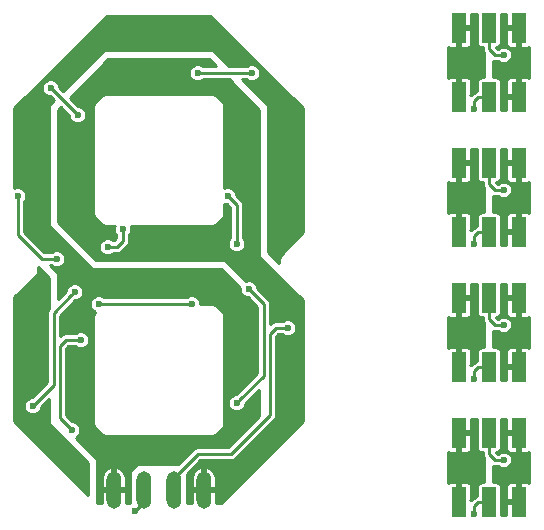
<source format=gbl>
G04 #@! TF.FileFunction,Copper,L2,Bot,Signal*
%FSLAX46Y46*%
G04 Gerber Fmt 4.6, Leading zero omitted, Abs format (unit mm)*
G04 Created by KiCad (PCBNEW (2015-07-07 BZR 5906)-product) date Tue 21 Jul 2015 01:08:41 PM EDT*
%MOMM*%
G01*
G04 APERTURE LIST*
%ADD10C,0.100000*%
%ADD11R,1.270000X2.540000*%
%ADD12O,1.270000X3.175000*%
%ADD13C,0.600000*%
%ADD14C,0.406400*%
%ADD15C,0.254000*%
%ADD16C,0.250000*%
G04 APERTURE END LIST*
D10*
D11*
X157226000Y-119888000D03*
X159766000Y-119888000D03*
X162306000Y-119888000D03*
X157226000Y-114046000D03*
X159766000Y-114046000D03*
X162306000Y-114046000D03*
X157226000Y-125476000D03*
X159766000Y-125476000D03*
X162306000Y-125476000D03*
X157226000Y-131318000D03*
X159766000Y-131318000D03*
X162306000Y-131318000D03*
X157226000Y-108458000D03*
X159766000Y-108458000D03*
X162306000Y-108458000D03*
X157226000Y-102616000D03*
X159766000Y-102616000D03*
X162306000Y-102616000D03*
D12*
X128016000Y-130302000D03*
X130556000Y-130302000D03*
X133096000Y-130302000D03*
X135636000Y-130302000D03*
D11*
X157226000Y-91186000D03*
X159766000Y-91186000D03*
X162306000Y-91186000D03*
X157226000Y-97028000D03*
X159766000Y-97028000D03*
X162306000Y-97028000D03*
D13*
X157226000Y-118110000D03*
X157988000Y-118110000D03*
X157226000Y-117348000D03*
X157988000Y-117348000D03*
X158750000Y-118110000D03*
X158750000Y-117348000D03*
X158750000Y-128778000D03*
X158750000Y-129540000D03*
X157988000Y-128778000D03*
X157226000Y-128778000D03*
X157988000Y-129540000D03*
X157226000Y-129540000D03*
X157226000Y-106680000D03*
X157988000Y-106680000D03*
X157226000Y-105918000D03*
X157988000Y-105918000D03*
X158750000Y-106680000D03*
X158750000Y-105918000D03*
X158750000Y-94488000D03*
X158750000Y-95250000D03*
X157988000Y-94488000D03*
X157226000Y-94488000D03*
X157988000Y-95250000D03*
X157226000Y-95250000D03*
X136144000Y-108966000D03*
X136144000Y-108204000D03*
X132334000Y-108966000D03*
X131572000Y-108966000D03*
X131572000Y-108204000D03*
X132334000Y-108204000D03*
X134620000Y-108966000D03*
X135382000Y-108966000D03*
X135382000Y-108204000D03*
X134620000Y-108204000D03*
X125222000Y-106680000D03*
X143002000Y-124460000D03*
X120650000Y-115824000D03*
X138430000Y-98044000D03*
X127508000Y-95758000D03*
X119888000Y-115824000D03*
X121412000Y-119634000D03*
X121412000Y-120396000D03*
X143764000Y-124460000D03*
X142240000Y-120650000D03*
X142240000Y-119888000D03*
X139192000Y-102616000D03*
X139192000Y-101854000D03*
X137668000Y-98044000D03*
X131318000Y-94996000D03*
X132080000Y-94996000D03*
X127508000Y-96520000D03*
X125984000Y-106680000D03*
X124460000Y-102870000D03*
X124460000Y-102108000D03*
X143002000Y-122936000D03*
X143002000Y-123698000D03*
X143764000Y-123698000D03*
X143764000Y-122936000D03*
X143002000Y-120650000D03*
X143002000Y-119888000D03*
X143764000Y-119888000D03*
X143764000Y-120650000D03*
X129032000Y-95758000D03*
X128270000Y-95758000D03*
X128270000Y-96520000D03*
X129032000Y-96520000D03*
X131318000Y-95758000D03*
X132080000Y-95758000D03*
X132080000Y-96520000D03*
X131318000Y-96520000D03*
X125222000Y-102870000D03*
X125222000Y-102108000D03*
X125984000Y-102108000D03*
X125984000Y-102870000D03*
X125222000Y-105156000D03*
X125222000Y-105918000D03*
X125984000Y-105918000D03*
X125984000Y-105156000D03*
X138430000Y-99568000D03*
X138430000Y-98806000D03*
X137668000Y-98806000D03*
X137668000Y-99568000D03*
X138430000Y-101854000D03*
X138430000Y-102616000D03*
X137668000Y-102616000D03*
X137668000Y-101854000D03*
X120650000Y-119634000D03*
X120650000Y-120396000D03*
X119888000Y-120396000D03*
X119888000Y-119634000D03*
X120650000Y-117348000D03*
X120650000Y-116586000D03*
X119888000Y-116586000D03*
X119888000Y-117348000D03*
X131572000Y-109728000D03*
X132334000Y-109728000D03*
X125730000Y-130302000D03*
X125730000Y-129286000D03*
X125222000Y-128778000D03*
X124714000Y-128270000D03*
X124206000Y-127762000D03*
X123698000Y-127254000D03*
X125222000Y-129794000D03*
X124714000Y-129286000D03*
X124206000Y-128778000D03*
X123698000Y-128270000D03*
X137160000Y-131064000D03*
X137668000Y-130556000D03*
X138176000Y-130048000D03*
X138684000Y-129540000D03*
X139192000Y-129032000D03*
X139192000Y-128016000D03*
X138684000Y-128524000D03*
X138176000Y-129032000D03*
X137668000Y-129540000D03*
X137160000Y-130048000D03*
X162306000Y-118110000D03*
X162306000Y-117348000D03*
X161544000Y-117348000D03*
X160782000Y-117348000D03*
X160782000Y-118110000D03*
X161544000Y-118110000D03*
X161544000Y-129540000D03*
X160782000Y-129540000D03*
X160782000Y-128778000D03*
X161544000Y-128778000D03*
X162306000Y-128778000D03*
X162306000Y-129540000D03*
X162306000Y-106680000D03*
X162306000Y-105918000D03*
X161544000Y-105918000D03*
X160782000Y-105918000D03*
X160782000Y-106680000D03*
X161544000Y-106680000D03*
X161544000Y-95250000D03*
X160782000Y-95250000D03*
X160782000Y-94488000D03*
X161544000Y-94488000D03*
X162306000Y-94488000D03*
X162306000Y-95250000D03*
X124460000Y-123698000D03*
X124460000Y-122936000D03*
X124460000Y-120650000D03*
X124460000Y-119888000D03*
X139192000Y-120396000D03*
X139192000Y-119634000D03*
X139192000Y-117348000D03*
X139192000Y-116586000D03*
X142240000Y-105918000D03*
X142240000Y-105156000D03*
X142240000Y-102870000D03*
X142240000Y-102108000D03*
X135382000Y-91948000D03*
X134620000Y-91948000D03*
X132334000Y-91948000D03*
X131572000Y-91948000D03*
X121412000Y-98806000D03*
X121412000Y-99568000D03*
X121412000Y-102616000D03*
X121412000Y-101854000D03*
X125984000Y-119888000D03*
X125222000Y-119888000D03*
X125222000Y-120650000D03*
X125984000Y-120650000D03*
X125222000Y-122936000D03*
X125222000Y-123698000D03*
X125984000Y-123698000D03*
X125984000Y-122936000D03*
X120650000Y-101854000D03*
X120650000Y-102616000D03*
X119888000Y-102616000D03*
X119888000Y-101854000D03*
X120650000Y-99568000D03*
X120650000Y-98806000D03*
X119888000Y-98806000D03*
X119888000Y-99568000D03*
X138430000Y-119634000D03*
X138430000Y-120396000D03*
X137668000Y-120396000D03*
X137668000Y-119634000D03*
X138430000Y-117348000D03*
X138430000Y-116586000D03*
X137668000Y-116586000D03*
X137668000Y-117348000D03*
X143002000Y-102870000D03*
X143002000Y-102108000D03*
X143764000Y-102108000D03*
X143764000Y-102870000D03*
X143002000Y-105156000D03*
X143002000Y-105918000D03*
X143764000Y-105918000D03*
X143764000Y-105156000D03*
X132334000Y-91186000D03*
X131572000Y-91186000D03*
X131572000Y-90424000D03*
X132334000Y-90424000D03*
X134620000Y-91186000D03*
X135382000Y-91186000D03*
X135382000Y-90424000D03*
X134620000Y-90424000D03*
X132080000Y-113030000D03*
X131318000Y-113030000D03*
X131318000Y-112268000D03*
X132080000Y-112268000D03*
X128524000Y-112268000D03*
X129286000Y-112268000D03*
X129286000Y-113030000D03*
X128524000Y-113029992D03*
X128524000Y-113792000D03*
X129286000Y-113792000D03*
X131318000Y-113792000D03*
X132080000Y-113792000D03*
X128016000Y-127508000D03*
X128016000Y-126746000D03*
X127254000Y-126746000D03*
X127254000Y-127508000D03*
X127254000Y-125984000D03*
X128016000Y-125984000D03*
X131318000Y-127508000D03*
X132080000Y-127508000D03*
X132080000Y-126746000D03*
X132080000Y-125984000D03*
X131318000Y-125984000D03*
X131318000Y-126746000D03*
X124460000Y-125222000D03*
X125222000Y-117602000D03*
X121158000Y-123190000D03*
X126746000Y-114554000D03*
X124713986Y-113538000D03*
X134620072Y-114554000D03*
X119888000Y-105410000D03*
X128778000Y-108204000D03*
X127508000Y-109728000D03*
X123189986Y-110744000D03*
X122682000Y-96266000D03*
X124968000Y-98552000D03*
X139700000Y-94996000D03*
X135128000Y-94996000D03*
X139446000Y-113283984D03*
X137668000Y-105410000D03*
X138430004Y-122936000D03*
X138430000Y-109474000D03*
X129794000Y-132080000D03*
X142748000Y-116586000D03*
X161036000Y-116332000D03*
X161036000Y-127762000D03*
X161036000Y-104902000D03*
X161036000Y-93472000D03*
X158496000Y-120904000D03*
X158496000Y-132334000D03*
X158496000Y-109474000D03*
X158496000Y-98044000D03*
D14*
X157988000Y-118110000D02*
X158750000Y-118110000D01*
X157226000Y-117348000D02*
X157226000Y-114046000D01*
X157226000Y-118110000D02*
X157226000Y-119888000D01*
X157226000Y-129540000D02*
X157226000Y-131318000D01*
X157226000Y-128778000D02*
X157226000Y-125476000D01*
X157988000Y-129540000D02*
X158750000Y-129540000D01*
X157988000Y-106680000D02*
X158750000Y-106680000D01*
X157226000Y-105918000D02*
X157226000Y-102616000D01*
X157226000Y-106680000D02*
X157226000Y-108458000D01*
X157226000Y-95250000D02*
X157226000Y-97028000D01*
X157226000Y-94488000D02*
X157226000Y-91186000D01*
X157988000Y-95250000D02*
X158750000Y-95250000D01*
X135382000Y-108204000D02*
X136144000Y-108204000D01*
X131572000Y-108966000D02*
X132334000Y-108966000D01*
X132334000Y-108204000D02*
X131572000Y-108204000D01*
X135382000Y-108966000D02*
X134620000Y-108966000D01*
X134620000Y-108204000D02*
X135382000Y-108204000D01*
X125222000Y-105918000D02*
X125222000Y-106680000D01*
X143002000Y-123698000D02*
X143002000Y-124460000D01*
X128270000Y-95758000D02*
X127508000Y-95758000D01*
X120650000Y-119634000D02*
X121412000Y-119634000D01*
X143002000Y-119888000D02*
X142240000Y-119888000D01*
X138430000Y-102616000D02*
X139192000Y-102616000D01*
X131318000Y-95758000D02*
X131318000Y-94996000D01*
X128270000Y-96520000D02*
X127508000Y-96520000D01*
X125984000Y-105918000D02*
X125984000Y-106680000D01*
X124460000Y-102108000D02*
X124460000Y-102870000D01*
X143002000Y-123698000D02*
X143002000Y-122936000D01*
X143764000Y-122936000D02*
X143764000Y-123698000D01*
X143002000Y-119888000D02*
X143002000Y-120650000D01*
X143764000Y-120650000D02*
X143764000Y-119888000D01*
X128270000Y-95758000D02*
X129032000Y-95758000D01*
X129032000Y-96520000D02*
X128270000Y-96520000D01*
X132080000Y-95758000D02*
X131318000Y-95758000D01*
X131318000Y-96520000D02*
X132080000Y-96520000D01*
X125222000Y-102108000D02*
X125222000Y-102870000D01*
X125984000Y-102870000D02*
X125984000Y-102108000D01*
X125222000Y-105918000D02*
X125222000Y-105156000D01*
X125984000Y-105156000D02*
X125984000Y-105918000D01*
X138430000Y-98806000D02*
X138430000Y-99568000D01*
X137668000Y-99568000D02*
X137668000Y-98806000D01*
X138430000Y-102616000D02*
X138430000Y-101854000D01*
X137668000Y-101854000D02*
X137668000Y-102616000D01*
X120650000Y-120396000D02*
X120650000Y-119634000D01*
X119888000Y-119634000D02*
X119888000Y-120396000D01*
X120650000Y-116586000D02*
X120650000Y-117348000D01*
X119888000Y-117348000D02*
X119888000Y-116586000D01*
X131572000Y-108966000D02*
X131572000Y-109728000D01*
X132334000Y-108966000D02*
X132334000Y-109728000D01*
X125730000Y-130302000D02*
X125730000Y-129286000D01*
X125222000Y-128778000D02*
X124714000Y-128270000D01*
X124206000Y-127762000D02*
X123698000Y-127254000D01*
X125222000Y-129794000D02*
X124714000Y-129286000D01*
X124206000Y-128778000D02*
X123698000Y-128270000D01*
X137160000Y-131064000D02*
X137668000Y-130556000D01*
X138176000Y-130048000D02*
X138684000Y-129540000D01*
X139192000Y-129032000D02*
X139192000Y-128016000D01*
X138684000Y-128524000D02*
X138176000Y-129032000D01*
X137668000Y-129540000D02*
X137160000Y-130048000D01*
X162306000Y-117348000D02*
X161544000Y-117348000D01*
X160782000Y-117348000D02*
X160782000Y-118110000D01*
X162306000Y-114046000D02*
X162306000Y-117348000D01*
X162306000Y-118110000D02*
X162306000Y-119888000D01*
X162306000Y-129540000D02*
X162306000Y-131318000D01*
X162306000Y-125476000D02*
X162306000Y-128778000D01*
X160782000Y-128778000D02*
X160782000Y-129540000D01*
X162306000Y-128778000D02*
X161544000Y-128778000D01*
X162306000Y-105918000D02*
X161544000Y-105918000D01*
X160782000Y-105918000D02*
X160782000Y-106680000D01*
X162306000Y-102616000D02*
X162306000Y-105918000D01*
X162306000Y-106680000D02*
X162306000Y-108458000D01*
X162306000Y-95250000D02*
X162306000Y-97028000D01*
X162306000Y-91186000D02*
X162306000Y-94488000D01*
X160782000Y-94488000D02*
X160782000Y-95250000D01*
X162306000Y-94488000D02*
X161544000Y-94488000D01*
X125222000Y-123698000D02*
X124460000Y-123698000D01*
X125222000Y-120650000D02*
X124460000Y-120650000D01*
X138430000Y-119634000D02*
X139192000Y-119634000D01*
X138430000Y-116586000D02*
X139192000Y-116586000D01*
X143002000Y-105918000D02*
X142240000Y-105918000D01*
X143002000Y-102870000D02*
X142240000Y-102870000D01*
X135382000Y-91186000D02*
X135382000Y-91948000D01*
X132334000Y-91186000D02*
X132334000Y-91948000D01*
X121412000Y-99568000D02*
X121412000Y-98806000D01*
X121412000Y-101854000D02*
X121412000Y-102616000D01*
X125222000Y-119888000D02*
X125984000Y-119888000D01*
X125984000Y-120650000D02*
X125222000Y-120650000D01*
X125222000Y-123698000D02*
X125222000Y-122936000D01*
X125984000Y-122936000D02*
X125984000Y-123698000D01*
X120650000Y-102616000D02*
X120650000Y-101854000D01*
X119888000Y-101854000D02*
X119888000Y-102616000D01*
X120650000Y-98806000D02*
X120650000Y-99568000D01*
X119888000Y-99568000D02*
X119888000Y-98806000D01*
X138430000Y-120396000D02*
X138430000Y-119634000D01*
X137668000Y-119634000D02*
X137668000Y-120396000D01*
X138430000Y-116586000D02*
X138430000Y-117348000D01*
X137668000Y-117348000D02*
X137668000Y-116586000D01*
X143002000Y-102108000D02*
X143002000Y-102870000D01*
X143764000Y-102870000D02*
X143764000Y-102108000D01*
X143002000Y-105918000D02*
X143002000Y-105156000D01*
X143764000Y-105156000D02*
X143764000Y-105918000D01*
X131572000Y-91186000D02*
X132334000Y-91186000D01*
X132334000Y-90424000D02*
X131572000Y-90424000D01*
X135382000Y-91186000D02*
X134620000Y-91186000D01*
X134620000Y-90424000D02*
X135382000Y-90424000D01*
X132080000Y-113030000D02*
X131318000Y-113030000D01*
X131318000Y-112268000D02*
X132080000Y-112268000D01*
X129286000Y-112268000D02*
X129286000Y-113030000D01*
X128524000Y-112268000D02*
X128524000Y-113029992D01*
X128524000Y-113792000D02*
X129286000Y-113792000D01*
X131318000Y-113792000D02*
X132080000Y-113792000D01*
X128016000Y-127508000D02*
X128016000Y-126746000D01*
X127254000Y-126746000D02*
X127254000Y-127508000D01*
X127254000Y-125984000D02*
X128016000Y-125984000D01*
X131318000Y-127508000D02*
X132080000Y-127508000D01*
X132080000Y-126746000D02*
X132080000Y-125984000D01*
X131318000Y-125984000D02*
X131318000Y-126746000D01*
D15*
X123444000Y-124206000D02*
X123444000Y-118364000D01*
X124460000Y-125222000D02*
X123444000Y-124206000D01*
X123444000Y-118364000D02*
X123444000Y-118110000D01*
X123952000Y-117602000D02*
X125222000Y-117602000D01*
X123444000Y-118110000D02*
X123952000Y-117602000D01*
X121158000Y-123190000D02*
X122936000Y-121412000D01*
X122936000Y-121412000D02*
X122936000Y-115315986D01*
X124413987Y-113837999D02*
X124713986Y-113538000D01*
X122936000Y-115315986D02*
X124413987Y-113837999D01*
X126746000Y-114554000D02*
X134620072Y-114554000D01*
X128778000Y-108204000D02*
X128778000Y-109220000D01*
X128778000Y-109220000D02*
X128270000Y-109728000D01*
X128270000Y-109728000D02*
X127508000Y-109728000D01*
X121920000Y-110744000D02*
X123189986Y-110744000D01*
X119888000Y-108712000D02*
X121920000Y-110744000D01*
X119888000Y-105410000D02*
X119888000Y-108712000D01*
X122682000Y-96266000D02*
X124968000Y-98552000D01*
X139700000Y-94996000D02*
X135128000Y-94996000D01*
X138430000Y-106172000D02*
X137668000Y-105410000D01*
X139446000Y-113283984D02*
X140716000Y-114553984D01*
X140716000Y-114553984D02*
X140716000Y-120650004D01*
X140716000Y-120650004D02*
X138730003Y-122636001D01*
X138730003Y-122636001D02*
X138430004Y-122936000D01*
X138430000Y-109474000D02*
X138430000Y-106172000D01*
X130556000Y-131318000D02*
X129794000Y-132080000D01*
X130556000Y-130302000D02*
X130556000Y-131318000D01*
X133096000Y-130302000D02*
X133096000Y-129286000D01*
X133096000Y-129286000D02*
X135128000Y-127254000D01*
X135128000Y-127254000D02*
X137922000Y-127254000D01*
X137922000Y-127254000D02*
X141224000Y-123952000D01*
X141224000Y-117094000D02*
X141732000Y-116586000D01*
X141224000Y-123952000D02*
X141224000Y-117094000D01*
X141732000Y-116586000D02*
X142748000Y-116586000D01*
D16*
X160274000Y-116332000D02*
X161036000Y-116332000D01*
X159766000Y-115824000D02*
X160274000Y-116332000D01*
X159766000Y-114046000D02*
X159766000Y-115824000D01*
X159766000Y-125476000D02*
X159766000Y-127254000D01*
X159766000Y-127254000D02*
X160274000Y-127762000D01*
X160274000Y-127762000D02*
X161036000Y-127762000D01*
X160274000Y-104902000D02*
X161036000Y-104902000D01*
X159766000Y-104394000D02*
X160274000Y-104902000D01*
X159766000Y-102616000D02*
X159766000Y-104394000D01*
X159766000Y-91186000D02*
X159766000Y-92964000D01*
X159766000Y-92964000D02*
X160274000Y-93472000D01*
X160274000Y-93472000D02*
X161036000Y-93472000D01*
X158881000Y-119888000D02*
X158496000Y-120273000D01*
X159766000Y-119888000D02*
X158881000Y-119888000D01*
X158496000Y-120273000D02*
X158496000Y-120904000D01*
X158496000Y-131703000D02*
X158496000Y-132334000D01*
X159766000Y-131318000D02*
X158881000Y-131318000D01*
X158881000Y-131318000D02*
X158496000Y-131703000D01*
X158881000Y-108458000D02*
X158496000Y-108843000D01*
X159766000Y-108458000D02*
X158881000Y-108458000D01*
X158496000Y-108843000D02*
X158496000Y-109474000D01*
X158496000Y-97413000D02*
X158496000Y-98044000D01*
X159766000Y-97028000D02*
X158881000Y-97028000D01*
X158881000Y-97028000D02*
X158496000Y-97413000D01*
D15*
G36*
X125857000Y-130763632D02*
X119607800Y-124514432D01*
X119607800Y-113991568D01*
X121498684Y-112100684D01*
X121603125Y-111944377D01*
X121639800Y-111760000D01*
X121639800Y-111411120D01*
X122555000Y-112326320D01*
X122555000Y-114906724D01*
X122540869Y-114920855D01*
X122419736Y-115102142D01*
X122377200Y-115315986D01*
X122377200Y-121180538D01*
X121099589Y-122458148D01*
X121013075Y-122458073D01*
X120744010Y-122569248D01*
X120537972Y-122774927D01*
X120426327Y-123043797D01*
X120426073Y-123334925D01*
X120537248Y-123603990D01*
X120742927Y-123810028D01*
X121011797Y-123921673D01*
X121302925Y-123921927D01*
X121571990Y-123810752D01*
X121778028Y-123605073D01*
X121889673Y-123336203D01*
X121889749Y-123248512D01*
X122555000Y-122583262D01*
X122555000Y-124766605D01*
X125857000Y-128068605D01*
X125857000Y-128778000D01*
X125857000Y-130763632D01*
X125857000Y-130763632D01*
G37*
X125857000Y-130763632D02*
X119607800Y-124514432D01*
X119607800Y-113991568D01*
X121498684Y-112100684D01*
X121603125Y-111944377D01*
X121639800Y-111760000D01*
X121639800Y-111411120D01*
X122555000Y-112326320D01*
X122555000Y-114906724D01*
X122540869Y-114920855D01*
X122419736Y-115102142D01*
X122377200Y-115315986D01*
X122377200Y-121180538D01*
X121099589Y-122458148D01*
X121013075Y-122458073D01*
X120744010Y-122569248D01*
X120537972Y-122774927D01*
X120426327Y-123043797D01*
X120426073Y-123334925D01*
X120537248Y-123603990D01*
X120742927Y-123810028D01*
X121011797Y-123921673D01*
X121302925Y-123921927D01*
X121571990Y-123810752D01*
X121778028Y-123605073D01*
X121889673Y-123336203D01*
X121889749Y-123248512D01*
X122555000Y-122583262D01*
X122555000Y-124766605D01*
X125857000Y-128068605D01*
X125857000Y-128778000D01*
X125857000Y-130763632D01*
G36*
X144044200Y-124514432D02*
X137113632Y-131445000D01*
X136630907Y-131445000D01*
X136652000Y-131381500D01*
X136652000Y-130429000D01*
X136652000Y-130175000D01*
X136652000Y-129222500D01*
X136526061Y-128843361D01*
X136264618Y-128541277D01*
X135919127Y-128373747D01*
X135763000Y-128437551D01*
X135763000Y-130175000D01*
X136652000Y-130175000D01*
X136652000Y-130429000D01*
X135763000Y-130429000D01*
X135763000Y-130449000D01*
X135509000Y-130449000D01*
X135509000Y-130429000D01*
X135509000Y-130175000D01*
X135509000Y-128437551D01*
X135352873Y-128373747D01*
X135007382Y-128541277D01*
X134745939Y-128843361D01*
X134620000Y-129222500D01*
X134620000Y-130175000D01*
X135509000Y-130175000D01*
X135509000Y-130429000D01*
X134620000Y-130429000D01*
X134620000Y-131381500D01*
X134641092Y-131445000D01*
X134239000Y-131445000D01*
X134239000Y-128933262D01*
X135359462Y-127812800D01*
X137922000Y-127812800D01*
X138135843Y-127770264D01*
X138135844Y-127770264D01*
X138317131Y-127649131D01*
X141619131Y-124347131D01*
X141740264Y-124165844D01*
X141740264Y-124165843D01*
X141782799Y-123952000D01*
X141782800Y-123952000D01*
X141782800Y-117325462D01*
X141963462Y-117144800D01*
X142271805Y-117144800D01*
X142332927Y-117206028D01*
X142601797Y-117317673D01*
X142892925Y-117317927D01*
X143161990Y-117206752D01*
X143368028Y-117001073D01*
X143479673Y-116732203D01*
X143479927Y-116441075D01*
X143368752Y-116172010D01*
X143163073Y-115965972D01*
X142894203Y-115854327D01*
X142603075Y-115854073D01*
X142334010Y-115965248D01*
X142271949Y-116027200D01*
X141732000Y-116027200D01*
X141518156Y-116069736D01*
X141336868Y-116190869D01*
X141274800Y-116252937D01*
X141274800Y-114553984D01*
X141232264Y-114340141D01*
X141232264Y-114340140D01*
X141111131Y-114158853D01*
X140177851Y-113225573D01*
X140177927Y-113139059D01*
X140066752Y-112869994D01*
X139861073Y-112663956D01*
X139592203Y-112552311D01*
X139301075Y-112552057D01*
X139188473Y-112598583D01*
X139161927Y-112572037D01*
X139161927Y-109329075D01*
X139050752Y-109060010D01*
X138988800Y-108997949D01*
X138988800Y-106172000D01*
X138946265Y-105958157D01*
X138946264Y-105958156D01*
X138825131Y-105776869D01*
X138399851Y-105351589D01*
X138399927Y-105265075D01*
X138288752Y-104996010D01*
X138083073Y-104789972D01*
X137814203Y-104678327D01*
X137523075Y-104678073D01*
X137387800Y-104733967D01*
X137387800Y-97790000D01*
X137351125Y-97605623D01*
X137246684Y-97449316D01*
X136738684Y-96941316D01*
X136582377Y-96836875D01*
X136398000Y-96800200D01*
X127254000Y-96800200D01*
X127069623Y-96836875D01*
X126913316Y-96941316D01*
X126405316Y-97449316D01*
X126300875Y-97605623D01*
X126264200Y-97790000D01*
X126264200Y-106934000D01*
X126300875Y-107118377D01*
X126405316Y-107274684D01*
X126913316Y-107782684D01*
X127069623Y-107887125D01*
X127254000Y-107923800D01*
X128101967Y-107923800D01*
X128046327Y-108057797D01*
X128046073Y-108348925D01*
X128157248Y-108617990D01*
X128219200Y-108680050D01*
X128219200Y-108988537D01*
X128038537Y-109169200D01*
X127984194Y-109169200D01*
X127923073Y-109107972D01*
X127654203Y-108996327D01*
X127363075Y-108996073D01*
X127094010Y-109107248D01*
X126887972Y-109312927D01*
X126776327Y-109581797D01*
X126776073Y-109872925D01*
X126887248Y-110141990D01*
X127092927Y-110348028D01*
X127361797Y-110459673D01*
X127652925Y-110459927D01*
X127921990Y-110348752D01*
X127984050Y-110286800D01*
X128270000Y-110286800D01*
X128483843Y-110244264D01*
X128483844Y-110244264D01*
X128665131Y-110123131D01*
X129173131Y-109615132D01*
X129173131Y-109615131D01*
X129294264Y-109433844D01*
X129336799Y-109220000D01*
X129336800Y-109220000D01*
X129336800Y-108680194D01*
X129398028Y-108619073D01*
X129509673Y-108350203D01*
X129509927Y-108059075D01*
X129454032Y-107923800D01*
X136398000Y-107923800D01*
X136582377Y-107887125D01*
X136738684Y-107782684D01*
X137246684Y-107274684D01*
X137351125Y-107118377D01*
X137387800Y-106934000D01*
X137387800Y-106086032D01*
X137521797Y-106141673D01*
X137609487Y-106141749D01*
X137871200Y-106403462D01*
X137871200Y-108997805D01*
X137809972Y-109058927D01*
X137698327Y-109327797D01*
X137698073Y-109618925D01*
X137809248Y-109887990D01*
X138014927Y-110094028D01*
X138283797Y-110205673D01*
X138574925Y-110205927D01*
X138843990Y-110094752D01*
X139050028Y-109889073D01*
X139161673Y-109620203D01*
X139161927Y-109329075D01*
X139161927Y-112572037D01*
X137466605Y-110876715D01*
X126544605Y-110876715D01*
X123317000Y-107649110D01*
X123317000Y-98102320D01*
X123522529Y-97896791D01*
X124236148Y-98610410D01*
X124236073Y-98696925D01*
X124347248Y-98965990D01*
X124552927Y-99172028D01*
X124821797Y-99283673D01*
X125112925Y-99283927D01*
X125381990Y-99172752D01*
X125588028Y-98967073D01*
X125699673Y-98698203D01*
X125699927Y-98407075D01*
X125588752Y-98138010D01*
X125383073Y-97931972D01*
X125114203Y-97820327D01*
X125026512Y-97820250D01*
X124312791Y-97106529D01*
X127560605Y-93858715D01*
X136091395Y-93858715D01*
X136669880Y-94437200D01*
X135604194Y-94437200D01*
X135543073Y-94375972D01*
X135274203Y-94264327D01*
X134983075Y-94264073D01*
X134714010Y-94375248D01*
X134507972Y-94580927D01*
X134396327Y-94849797D01*
X134396073Y-95140925D01*
X134507248Y-95409990D01*
X134712927Y-95616028D01*
X134981797Y-95727673D01*
X135272925Y-95727927D01*
X135541990Y-95616752D01*
X135604050Y-95554800D01*
X137787480Y-95554800D01*
X140335000Y-98102320D01*
X140335000Y-110548320D01*
X144044200Y-114257520D01*
X144044200Y-124514432D01*
X144044200Y-124514432D01*
G37*
X144044200Y-124514432D02*
X137113632Y-131445000D01*
X136630907Y-131445000D01*
X136652000Y-131381500D01*
X136652000Y-130429000D01*
X136652000Y-130175000D01*
X136652000Y-129222500D01*
X136526061Y-128843361D01*
X136264618Y-128541277D01*
X135919127Y-128373747D01*
X135763000Y-128437551D01*
X135763000Y-130175000D01*
X136652000Y-130175000D01*
X136652000Y-130429000D01*
X135763000Y-130429000D01*
X135763000Y-130449000D01*
X135509000Y-130449000D01*
X135509000Y-130429000D01*
X135509000Y-130175000D01*
X135509000Y-128437551D01*
X135352873Y-128373747D01*
X135007382Y-128541277D01*
X134745939Y-128843361D01*
X134620000Y-129222500D01*
X134620000Y-130175000D01*
X135509000Y-130175000D01*
X135509000Y-130429000D01*
X134620000Y-130429000D01*
X134620000Y-131381500D01*
X134641092Y-131445000D01*
X134239000Y-131445000D01*
X134239000Y-128933262D01*
X135359462Y-127812800D01*
X137922000Y-127812800D01*
X138135843Y-127770264D01*
X138135844Y-127770264D01*
X138317131Y-127649131D01*
X141619131Y-124347131D01*
X141740264Y-124165844D01*
X141740264Y-124165843D01*
X141782799Y-123952000D01*
X141782800Y-123952000D01*
X141782800Y-117325462D01*
X141963462Y-117144800D01*
X142271805Y-117144800D01*
X142332927Y-117206028D01*
X142601797Y-117317673D01*
X142892925Y-117317927D01*
X143161990Y-117206752D01*
X143368028Y-117001073D01*
X143479673Y-116732203D01*
X143479927Y-116441075D01*
X143368752Y-116172010D01*
X143163073Y-115965972D01*
X142894203Y-115854327D01*
X142603075Y-115854073D01*
X142334010Y-115965248D01*
X142271949Y-116027200D01*
X141732000Y-116027200D01*
X141518156Y-116069736D01*
X141336868Y-116190869D01*
X141274800Y-116252937D01*
X141274800Y-114553984D01*
X141232264Y-114340141D01*
X141232264Y-114340140D01*
X141111131Y-114158853D01*
X140177851Y-113225573D01*
X140177927Y-113139059D01*
X140066752Y-112869994D01*
X139861073Y-112663956D01*
X139592203Y-112552311D01*
X139301075Y-112552057D01*
X139188473Y-112598583D01*
X139161927Y-112572037D01*
X139161927Y-109329075D01*
X139050752Y-109060010D01*
X138988800Y-108997949D01*
X138988800Y-106172000D01*
X138946265Y-105958157D01*
X138946264Y-105958156D01*
X138825131Y-105776869D01*
X138399851Y-105351589D01*
X138399927Y-105265075D01*
X138288752Y-104996010D01*
X138083073Y-104789972D01*
X137814203Y-104678327D01*
X137523075Y-104678073D01*
X137387800Y-104733967D01*
X137387800Y-97790000D01*
X137351125Y-97605623D01*
X137246684Y-97449316D01*
X136738684Y-96941316D01*
X136582377Y-96836875D01*
X136398000Y-96800200D01*
X127254000Y-96800200D01*
X127069623Y-96836875D01*
X126913316Y-96941316D01*
X126405316Y-97449316D01*
X126300875Y-97605623D01*
X126264200Y-97790000D01*
X126264200Y-106934000D01*
X126300875Y-107118377D01*
X126405316Y-107274684D01*
X126913316Y-107782684D01*
X127069623Y-107887125D01*
X127254000Y-107923800D01*
X128101967Y-107923800D01*
X128046327Y-108057797D01*
X128046073Y-108348925D01*
X128157248Y-108617990D01*
X128219200Y-108680050D01*
X128219200Y-108988537D01*
X128038537Y-109169200D01*
X127984194Y-109169200D01*
X127923073Y-109107972D01*
X127654203Y-108996327D01*
X127363075Y-108996073D01*
X127094010Y-109107248D01*
X126887972Y-109312927D01*
X126776327Y-109581797D01*
X126776073Y-109872925D01*
X126887248Y-110141990D01*
X127092927Y-110348028D01*
X127361797Y-110459673D01*
X127652925Y-110459927D01*
X127921990Y-110348752D01*
X127984050Y-110286800D01*
X128270000Y-110286800D01*
X128483843Y-110244264D01*
X128483844Y-110244264D01*
X128665131Y-110123131D01*
X129173131Y-109615132D01*
X129173131Y-109615131D01*
X129294264Y-109433844D01*
X129336799Y-109220000D01*
X129336800Y-109220000D01*
X129336800Y-108680194D01*
X129398028Y-108619073D01*
X129509673Y-108350203D01*
X129509927Y-108059075D01*
X129454032Y-107923800D01*
X136398000Y-107923800D01*
X136582377Y-107887125D01*
X136738684Y-107782684D01*
X137246684Y-107274684D01*
X137351125Y-107118377D01*
X137387800Y-106934000D01*
X137387800Y-106086032D01*
X137521797Y-106141673D01*
X137609487Y-106141749D01*
X137871200Y-106403462D01*
X137871200Y-108997805D01*
X137809972Y-109058927D01*
X137698327Y-109327797D01*
X137698073Y-109618925D01*
X137809248Y-109887990D01*
X138014927Y-110094028D01*
X138283797Y-110205673D01*
X138574925Y-110205927D01*
X138843990Y-110094752D01*
X139050028Y-109889073D01*
X139161673Y-109620203D01*
X139161927Y-109329075D01*
X139161927Y-112572037D01*
X137466605Y-110876715D01*
X126544605Y-110876715D01*
X123317000Y-107649110D01*
X123317000Y-98102320D01*
X123522529Y-97896791D01*
X124236148Y-98610410D01*
X124236073Y-98696925D01*
X124347248Y-98965990D01*
X124552927Y-99172028D01*
X124821797Y-99283673D01*
X125112925Y-99283927D01*
X125381990Y-99172752D01*
X125588028Y-98967073D01*
X125699673Y-98698203D01*
X125699927Y-98407075D01*
X125588752Y-98138010D01*
X125383073Y-97931972D01*
X125114203Y-97820327D01*
X125026512Y-97820250D01*
X124312791Y-97106529D01*
X127560605Y-93858715D01*
X136091395Y-93858715D01*
X136669880Y-94437200D01*
X135604194Y-94437200D01*
X135543073Y-94375972D01*
X135274203Y-94264327D01*
X134983075Y-94264073D01*
X134714010Y-94375248D01*
X134507972Y-94580927D01*
X134396327Y-94849797D01*
X134396073Y-95140925D01*
X134507248Y-95409990D01*
X134712927Y-95616028D01*
X134981797Y-95727673D01*
X135272925Y-95727927D01*
X135541990Y-95616752D01*
X135604050Y-95554800D01*
X137787480Y-95554800D01*
X140335000Y-98102320D01*
X140335000Y-110548320D01*
X144044200Y-114257520D01*
X144044200Y-124514432D01*
G36*
X144044200Y-108512432D02*
X142153316Y-110403316D01*
X142048875Y-110559623D01*
X142012200Y-110744000D01*
X142012200Y-111098595D01*
X141097000Y-110183395D01*
X141097000Y-97737395D01*
X138914405Y-95554800D01*
X139223805Y-95554800D01*
X139284927Y-95616028D01*
X139553797Y-95727673D01*
X139844925Y-95727927D01*
X140113990Y-95616752D01*
X140320028Y-95411073D01*
X140431673Y-95142203D01*
X140431927Y-94851075D01*
X140320752Y-94582010D01*
X140115073Y-94375972D01*
X139846203Y-94264327D01*
X139555075Y-94264073D01*
X139286010Y-94375248D01*
X139223949Y-94437200D01*
X137796805Y-94437200D01*
X136450605Y-93091000D01*
X127201395Y-93091000D01*
X123749328Y-96543066D01*
X123413851Y-96207589D01*
X123413927Y-96121075D01*
X123302752Y-95852010D01*
X123097073Y-95645972D01*
X122828203Y-95534327D01*
X122537075Y-95534073D01*
X122268010Y-95645248D01*
X122061972Y-95850927D01*
X121950327Y-96119797D01*
X121950073Y-96410925D01*
X122061248Y-96679990D01*
X122266927Y-96886028D01*
X122535797Y-96997673D01*
X122623487Y-96997749D01*
X122959066Y-97333328D01*
X122555000Y-97737395D01*
X122555000Y-108002605D01*
X126185395Y-111633000D01*
X137107395Y-111633000D01*
X138714237Y-113239842D01*
X138714073Y-113428909D01*
X138825248Y-113697974D01*
X139030927Y-113904012D01*
X139299797Y-114015657D01*
X139387487Y-114015733D01*
X140157200Y-114785446D01*
X140157200Y-120418542D01*
X138371593Y-122204148D01*
X138285079Y-122204073D01*
X138016014Y-122315248D01*
X137809976Y-122520927D01*
X137698331Y-122789797D01*
X137698077Y-123080925D01*
X137809252Y-123349990D01*
X138014931Y-123556028D01*
X138283801Y-123667673D01*
X138574929Y-123667927D01*
X138843994Y-123556752D01*
X139050032Y-123351073D01*
X139161677Y-123082203D01*
X139161753Y-122994512D01*
X140335000Y-121821266D01*
X140335000Y-124050738D01*
X137690538Y-126695200D01*
X137387800Y-126695200D01*
X137387800Y-124714000D01*
X137387800Y-115570000D01*
X137351125Y-115385623D01*
X137246684Y-115229316D01*
X136738684Y-114721316D01*
X136582377Y-114616875D01*
X136398000Y-114580200D01*
X135351849Y-114580200D01*
X135351999Y-114409075D01*
X135240824Y-114140010D01*
X135035145Y-113933972D01*
X134766275Y-113822327D01*
X134475147Y-113822073D01*
X134206082Y-113933248D01*
X134144021Y-113995200D01*
X127222194Y-113995200D01*
X127161073Y-113933972D01*
X126892203Y-113822327D01*
X126601075Y-113822073D01*
X126332010Y-113933248D01*
X126125972Y-114138927D01*
X126014327Y-114407797D01*
X126014073Y-114698925D01*
X126125248Y-114967990D01*
X126330927Y-115174028D01*
X126422556Y-115212075D01*
X126405316Y-115229316D01*
X126300875Y-115385623D01*
X126264200Y-115570000D01*
X126264200Y-124714000D01*
X126300875Y-124898377D01*
X126405316Y-125054684D01*
X126913316Y-125562684D01*
X127069623Y-125667125D01*
X127254000Y-125703800D01*
X136398000Y-125703800D01*
X136582377Y-125667125D01*
X136738684Y-125562684D01*
X137246684Y-125054684D01*
X137351125Y-124898377D01*
X137387800Y-124714000D01*
X137387800Y-126695200D01*
X135128000Y-126695200D01*
X134914156Y-126737736D01*
X134732869Y-126858869D01*
X133448738Y-128143000D01*
X129995395Y-128143000D01*
X129413000Y-128725395D01*
X129413000Y-131445000D01*
X129010907Y-131445000D01*
X129032000Y-131381500D01*
X129032000Y-130429000D01*
X129032000Y-130175000D01*
X129032000Y-129222500D01*
X128906061Y-128843361D01*
X128644618Y-128541277D01*
X128299127Y-128373747D01*
X128143000Y-128437551D01*
X128143000Y-130175000D01*
X129032000Y-130175000D01*
X129032000Y-130429000D01*
X128143000Y-130429000D01*
X128143000Y-130449000D01*
X127889000Y-130449000D01*
X127889000Y-130429000D01*
X127889000Y-130175000D01*
X127889000Y-128437551D01*
X127732873Y-128373747D01*
X127387382Y-128541277D01*
X127125939Y-128843361D01*
X127000000Y-129222500D01*
X127000000Y-130175000D01*
X127889000Y-130175000D01*
X127889000Y-130429000D01*
X127000000Y-130429000D01*
X127000000Y-131381500D01*
X127021092Y-131445000D01*
X126619000Y-131445000D01*
X126619000Y-127709395D01*
X124787920Y-125878315D01*
X124873990Y-125842752D01*
X125080028Y-125637073D01*
X125191673Y-125368203D01*
X125191927Y-125077075D01*
X125080752Y-124808010D01*
X124875073Y-124601972D01*
X124606203Y-124490327D01*
X124518512Y-124490250D01*
X124002800Y-123974538D01*
X124002800Y-118364000D01*
X124002800Y-118341462D01*
X124183462Y-118160800D01*
X124745805Y-118160800D01*
X124806927Y-118222028D01*
X125075797Y-118333673D01*
X125366925Y-118333927D01*
X125635990Y-118222752D01*
X125842028Y-118017073D01*
X125953673Y-117748203D01*
X125953927Y-117457075D01*
X125842752Y-117188010D01*
X125637073Y-116981972D01*
X125368203Y-116870327D01*
X125077075Y-116870073D01*
X124808010Y-116981248D01*
X124745949Y-117043200D01*
X123952000Y-117043200D01*
X123738156Y-117085736D01*
X123556868Y-117206869D01*
X123494800Y-117268937D01*
X123494800Y-115547448D01*
X124772396Y-114269851D01*
X124858911Y-114269927D01*
X125127976Y-114158752D01*
X125334014Y-113953073D01*
X125445659Y-113684203D01*
X125445913Y-113393075D01*
X125334738Y-113124010D01*
X125129059Y-112917972D01*
X124860189Y-112806327D01*
X124569061Y-112806073D01*
X124299996Y-112917248D01*
X124093958Y-113122927D01*
X123982313Y-113391797D01*
X123982236Y-113479487D01*
X123317000Y-114144724D01*
X123317000Y-111961395D01*
X122658405Y-111302800D01*
X122713791Y-111302800D01*
X122774913Y-111364028D01*
X123043783Y-111475673D01*
X123334911Y-111475927D01*
X123603976Y-111364752D01*
X123810014Y-111159073D01*
X123921659Y-110890203D01*
X123921913Y-110599075D01*
X123810738Y-110330010D01*
X123605059Y-110123972D01*
X123336189Y-110012327D01*
X123045061Y-110012073D01*
X122775996Y-110123248D01*
X122713935Y-110185200D01*
X122151462Y-110185200D01*
X120446800Y-108480538D01*
X120446800Y-105886194D01*
X120508028Y-105825073D01*
X120619673Y-105556203D01*
X120619927Y-105265075D01*
X120508752Y-104996010D01*
X120303073Y-104789972D01*
X120034203Y-104678327D01*
X119743075Y-104678073D01*
X119607800Y-104733967D01*
X119607800Y-97989568D01*
X127453568Y-90143800D01*
X136198432Y-90143800D01*
X144044200Y-97989568D01*
X144044200Y-108512432D01*
X144044200Y-108512432D01*
G37*
X144044200Y-108512432D02*
X142153316Y-110403316D01*
X142048875Y-110559623D01*
X142012200Y-110744000D01*
X142012200Y-111098595D01*
X141097000Y-110183395D01*
X141097000Y-97737395D01*
X138914405Y-95554800D01*
X139223805Y-95554800D01*
X139284927Y-95616028D01*
X139553797Y-95727673D01*
X139844925Y-95727927D01*
X140113990Y-95616752D01*
X140320028Y-95411073D01*
X140431673Y-95142203D01*
X140431927Y-94851075D01*
X140320752Y-94582010D01*
X140115073Y-94375972D01*
X139846203Y-94264327D01*
X139555075Y-94264073D01*
X139286010Y-94375248D01*
X139223949Y-94437200D01*
X137796805Y-94437200D01*
X136450605Y-93091000D01*
X127201395Y-93091000D01*
X123749328Y-96543066D01*
X123413851Y-96207589D01*
X123413927Y-96121075D01*
X123302752Y-95852010D01*
X123097073Y-95645972D01*
X122828203Y-95534327D01*
X122537075Y-95534073D01*
X122268010Y-95645248D01*
X122061972Y-95850927D01*
X121950327Y-96119797D01*
X121950073Y-96410925D01*
X122061248Y-96679990D01*
X122266927Y-96886028D01*
X122535797Y-96997673D01*
X122623487Y-96997749D01*
X122959066Y-97333328D01*
X122555000Y-97737395D01*
X122555000Y-108002605D01*
X126185395Y-111633000D01*
X137107395Y-111633000D01*
X138714237Y-113239842D01*
X138714073Y-113428909D01*
X138825248Y-113697974D01*
X139030927Y-113904012D01*
X139299797Y-114015657D01*
X139387487Y-114015733D01*
X140157200Y-114785446D01*
X140157200Y-120418542D01*
X138371593Y-122204148D01*
X138285079Y-122204073D01*
X138016014Y-122315248D01*
X137809976Y-122520927D01*
X137698331Y-122789797D01*
X137698077Y-123080925D01*
X137809252Y-123349990D01*
X138014931Y-123556028D01*
X138283801Y-123667673D01*
X138574929Y-123667927D01*
X138843994Y-123556752D01*
X139050032Y-123351073D01*
X139161677Y-123082203D01*
X139161753Y-122994512D01*
X140335000Y-121821266D01*
X140335000Y-124050738D01*
X137690538Y-126695200D01*
X137387800Y-126695200D01*
X137387800Y-124714000D01*
X137387800Y-115570000D01*
X137351125Y-115385623D01*
X137246684Y-115229316D01*
X136738684Y-114721316D01*
X136582377Y-114616875D01*
X136398000Y-114580200D01*
X135351849Y-114580200D01*
X135351999Y-114409075D01*
X135240824Y-114140010D01*
X135035145Y-113933972D01*
X134766275Y-113822327D01*
X134475147Y-113822073D01*
X134206082Y-113933248D01*
X134144021Y-113995200D01*
X127222194Y-113995200D01*
X127161073Y-113933972D01*
X126892203Y-113822327D01*
X126601075Y-113822073D01*
X126332010Y-113933248D01*
X126125972Y-114138927D01*
X126014327Y-114407797D01*
X126014073Y-114698925D01*
X126125248Y-114967990D01*
X126330927Y-115174028D01*
X126422556Y-115212075D01*
X126405316Y-115229316D01*
X126300875Y-115385623D01*
X126264200Y-115570000D01*
X126264200Y-124714000D01*
X126300875Y-124898377D01*
X126405316Y-125054684D01*
X126913316Y-125562684D01*
X127069623Y-125667125D01*
X127254000Y-125703800D01*
X136398000Y-125703800D01*
X136582377Y-125667125D01*
X136738684Y-125562684D01*
X137246684Y-125054684D01*
X137351125Y-124898377D01*
X137387800Y-124714000D01*
X137387800Y-126695200D01*
X135128000Y-126695200D01*
X134914156Y-126737736D01*
X134732869Y-126858869D01*
X133448738Y-128143000D01*
X129995395Y-128143000D01*
X129413000Y-128725395D01*
X129413000Y-131445000D01*
X129010907Y-131445000D01*
X129032000Y-131381500D01*
X129032000Y-130429000D01*
X129032000Y-130175000D01*
X129032000Y-129222500D01*
X128906061Y-128843361D01*
X128644618Y-128541277D01*
X128299127Y-128373747D01*
X128143000Y-128437551D01*
X128143000Y-130175000D01*
X129032000Y-130175000D01*
X129032000Y-130429000D01*
X128143000Y-130429000D01*
X128143000Y-130449000D01*
X127889000Y-130449000D01*
X127889000Y-130429000D01*
X127889000Y-130175000D01*
X127889000Y-128437551D01*
X127732873Y-128373747D01*
X127387382Y-128541277D01*
X127125939Y-128843361D01*
X127000000Y-129222500D01*
X127000000Y-130175000D01*
X127889000Y-130175000D01*
X127889000Y-130429000D01*
X127000000Y-130429000D01*
X127000000Y-131381500D01*
X127021092Y-131445000D01*
X126619000Y-131445000D01*
X126619000Y-127709395D01*
X124787920Y-125878315D01*
X124873990Y-125842752D01*
X125080028Y-125637073D01*
X125191673Y-125368203D01*
X125191927Y-125077075D01*
X125080752Y-124808010D01*
X124875073Y-124601972D01*
X124606203Y-124490327D01*
X124518512Y-124490250D01*
X124002800Y-123974538D01*
X124002800Y-118364000D01*
X124002800Y-118341462D01*
X124183462Y-118160800D01*
X124745805Y-118160800D01*
X124806927Y-118222028D01*
X125075797Y-118333673D01*
X125366925Y-118333927D01*
X125635990Y-118222752D01*
X125842028Y-118017073D01*
X125953673Y-117748203D01*
X125953927Y-117457075D01*
X125842752Y-117188010D01*
X125637073Y-116981972D01*
X125368203Y-116870327D01*
X125077075Y-116870073D01*
X124808010Y-116981248D01*
X124745949Y-117043200D01*
X123952000Y-117043200D01*
X123738156Y-117085736D01*
X123556868Y-117206869D01*
X123494800Y-117268937D01*
X123494800Y-115547448D01*
X124772396Y-114269851D01*
X124858911Y-114269927D01*
X125127976Y-114158752D01*
X125334014Y-113953073D01*
X125445659Y-113684203D01*
X125445913Y-113393075D01*
X125334738Y-113124010D01*
X125129059Y-112917972D01*
X124860189Y-112806327D01*
X124569061Y-112806073D01*
X124299996Y-112917248D01*
X124093958Y-113122927D01*
X123982313Y-113391797D01*
X123982236Y-113479487D01*
X123317000Y-114144724D01*
X123317000Y-111961395D01*
X122658405Y-111302800D01*
X122713791Y-111302800D01*
X122774913Y-111364028D01*
X123043783Y-111475673D01*
X123334911Y-111475927D01*
X123603976Y-111364752D01*
X123810014Y-111159073D01*
X123921659Y-110890203D01*
X123921913Y-110599075D01*
X123810738Y-110330010D01*
X123605059Y-110123972D01*
X123336189Y-110012327D01*
X123045061Y-110012073D01*
X122775996Y-110123248D01*
X122713935Y-110185200D01*
X122151462Y-110185200D01*
X120446800Y-108480538D01*
X120446800Y-105886194D01*
X120508028Y-105825073D01*
X120619673Y-105556203D01*
X120619927Y-105265075D01*
X120508752Y-104996010D01*
X120303073Y-104789972D01*
X120034203Y-104678327D01*
X119743075Y-104678073D01*
X119607800Y-104733967D01*
X119607800Y-97989568D01*
X127453568Y-90143800D01*
X136198432Y-90143800D01*
X144044200Y-97989568D01*
X144044200Y-108512432D01*
G36*
X159385000Y-95369536D02*
X159131000Y-95369536D01*
X158985726Y-95397722D01*
X158858044Y-95481596D01*
X158772574Y-95608216D01*
X158742536Y-95758000D01*
X158742536Y-96549542D01*
X158687362Y-96560517D01*
X158523204Y-96670204D01*
X158292800Y-96900608D01*
X158292410Y-96900998D01*
X158184852Y-96900998D01*
X158292800Y-96793050D01*
X158292800Y-95843890D01*
X158292800Y-95672109D01*
X158292800Y-92541891D01*
X158292800Y-92370110D01*
X158292800Y-91420950D01*
X158184850Y-91313000D01*
X157353000Y-91313000D01*
X157353000Y-92779850D01*
X157460950Y-92887800D01*
X157946890Y-92887800D01*
X158105595Y-92822063D01*
X158227062Y-92700595D01*
X158292800Y-92541891D01*
X158292800Y-95672109D01*
X158227062Y-95513405D01*
X158105595Y-95391937D01*
X157946890Y-95326200D01*
X157460950Y-95326200D01*
X157353000Y-95434150D01*
X157353000Y-96901000D01*
X157373000Y-96901000D01*
X157373000Y-97155000D01*
X157353000Y-97155000D01*
X157353000Y-97175000D01*
X157099000Y-97175000D01*
X157099000Y-97155000D01*
X157079000Y-97155000D01*
X157079000Y-96901000D01*
X157099000Y-96901000D01*
X157099000Y-95434150D01*
X156991050Y-95326200D01*
X156505110Y-95326200D01*
X156346405Y-95391937D01*
X156337000Y-95401342D01*
X156337000Y-92812657D01*
X156346405Y-92822063D01*
X156505110Y-92887800D01*
X156991050Y-92887800D01*
X157099000Y-92779850D01*
X157099000Y-91313000D01*
X157079000Y-91313000D01*
X157079000Y-91059000D01*
X157099000Y-91059000D01*
X157099000Y-91039000D01*
X157353000Y-91039000D01*
X157353000Y-91059000D01*
X158184850Y-91059000D01*
X158292800Y-90951050D01*
X158292800Y-90043000D01*
X158742536Y-90043000D01*
X158742536Y-92456000D01*
X158770722Y-92601274D01*
X158854596Y-92728956D01*
X158981216Y-92814426D01*
X159131000Y-92844464D01*
X159260000Y-92844464D01*
X159260000Y-92964000D01*
X159298517Y-93157638D01*
X159385000Y-93287068D01*
X159385000Y-95369536D01*
X159385000Y-95369536D01*
G37*
X159385000Y-95369536D02*
X159131000Y-95369536D01*
X158985726Y-95397722D01*
X158858044Y-95481596D01*
X158772574Y-95608216D01*
X158742536Y-95758000D01*
X158742536Y-96549542D01*
X158687362Y-96560517D01*
X158523204Y-96670204D01*
X158292800Y-96900608D01*
X158292410Y-96900998D01*
X158184852Y-96900998D01*
X158292800Y-96793050D01*
X158292800Y-95843890D01*
X158292800Y-95672109D01*
X158292800Y-92541891D01*
X158292800Y-92370110D01*
X158292800Y-91420950D01*
X158184850Y-91313000D01*
X157353000Y-91313000D01*
X157353000Y-92779850D01*
X157460950Y-92887800D01*
X157946890Y-92887800D01*
X158105595Y-92822063D01*
X158227062Y-92700595D01*
X158292800Y-92541891D01*
X158292800Y-95672109D01*
X158227062Y-95513405D01*
X158105595Y-95391937D01*
X157946890Y-95326200D01*
X157460950Y-95326200D01*
X157353000Y-95434150D01*
X157353000Y-96901000D01*
X157373000Y-96901000D01*
X157373000Y-97155000D01*
X157353000Y-97155000D01*
X157353000Y-97175000D01*
X157099000Y-97175000D01*
X157099000Y-97155000D01*
X157079000Y-97155000D01*
X157079000Y-96901000D01*
X157099000Y-96901000D01*
X157099000Y-95434150D01*
X156991050Y-95326200D01*
X156505110Y-95326200D01*
X156346405Y-95391937D01*
X156337000Y-95401342D01*
X156337000Y-92812657D01*
X156346405Y-92822063D01*
X156505110Y-92887800D01*
X156991050Y-92887800D01*
X157099000Y-92779850D01*
X157099000Y-91313000D01*
X157079000Y-91313000D01*
X157079000Y-91059000D01*
X157099000Y-91059000D01*
X157099000Y-91039000D01*
X157353000Y-91039000D01*
X157353000Y-91059000D01*
X158184850Y-91059000D01*
X158292800Y-90951050D01*
X158292800Y-90043000D01*
X158742536Y-90043000D01*
X158742536Y-92456000D01*
X158770722Y-92601274D01*
X158854596Y-92728956D01*
X158981216Y-92814426D01*
X159131000Y-92844464D01*
X159260000Y-92844464D01*
X159260000Y-92964000D01*
X159298517Y-93157638D01*
X159385000Y-93287068D01*
X159385000Y-95369536D01*
G36*
X163195000Y-95401342D02*
X163185595Y-95391937D01*
X163026890Y-95326200D01*
X162540950Y-95326200D01*
X162433000Y-95434150D01*
X162433000Y-96901000D01*
X162453000Y-96901000D01*
X162453000Y-97155000D01*
X162433000Y-97155000D01*
X162433000Y-97175000D01*
X162179000Y-97175000D01*
X162179000Y-97155000D01*
X162179000Y-96901000D01*
X162179000Y-95434150D01*
X162179000Y-92779850D01*
X162179000Y-91313000D01*
X161347150Y-91313000D01*
X161239200Y-91420950D01*
X161239200Y-92370110D01*
X161239200Y-92541891D01*
X161304938Y-92700595D01*
X161426405Y-92822063D01*
X161585110Y-92887800D01*
X162071050Y-92887800D01*
X162179000Y-92779850D01*
X162179000Y-95434150D01*
X162071050Y-95326200D01*
X161585110Y-95326200D01*
X161426405Y-95391937D01*
X161304938Y-95513405D01*
X161239200Y-95672109D01*
X161239200Y-95843890D01*
X161239200Y-96793050D01*
X161347150Y-96901000D01*
X162179000Y-96901000D01*
X162179000Y-97155000D01*
X161347150Y-97155000D01*
X161239200Y-97262950D01*
X161239200Y-98171000D01*
X160789464Y-98171000D01*
X160789464Y-95758000D01*
X160761278Y-95612726D01*
X160677404Y-95485044D01*
X160550784Y-95399574D01*
X160401000Y-95369536D01*
X160147000Y-95369536D01*
X160147000Y-93952738D01*
X160274000Y-93978000D01*
X160578877Y-93978000D01*
X160649741Y-94048987D01*
X160899946Y-94152882D01*
X161170865Y-94153118D01*
X161421252Y-94049661D01*
X161612987Y-93858259D01*
X161716882Y-93608054D01*
X161717118Y-93337135D01*
X161613661Y-93086748D01*
X161422259Y-92895013D01*
X161172054Y-92791118D01*
X160901135Y-92790882D01*
X160650748Y-92894339D01*
X160578962Y-92966000D01*
X160483592Y-92966000D01*
X160362056Y-92844464D01*
X160401000Y-92844464D01*
X160546274Y-92816278D01*
X160673956Y-92732404D01*
X160759426Y-92605784D01*
X160789464Y-92456000D01*
X160789464Y-90043000D01*
X161239200Y-90043000D01*
X161239200Y-90951050D01*
X161347150Y-91059000D01*
X162179000Y-91059000D01*
X162179000Y-91039000D01*
X162433000Y-91039000D01*
X162433000Y-91059000D01*
X162453000Y-91059000D01*
X162453000Y-91313000D01*
X162433000Y-91313000D01*
X162433000Y-92779850D01*
X162540950Y-92887800D01*
X163026890Y-92887800D01*
X163185595Y-92822063D01*
X163195000Y-92812657D01*
X163195000Y-95401342D01*
X163195000Y-95401342D01*
G37*
X163195000Y-95401342D02*
X163185595Y-95391937D01*
X163026890Y-95326200D01*
X162540950Y-95326200D01*
X162433000Y-95434150D01*
X162433000Y-96901000D01*
X162453000Y-96901000D01*
X162453000Y-97155000D01*
X162433000Y-97155000D01*
X162433000Y-97175000D01*
X162179000Y-97175000D01*
X162179000Y-97155000D01*
X162179000Y-96901000D01*
X162179000Y-95434150D01*
X162179000Y-92779850D01*
X162179000Y-91313000D01*
X161347150Y-91313000D01*
X161239200Y-91420950D01*
X161239200Y-92370110D01*
X161239200Y-92541891D01*
X161304938Y-92700595D01*
X161426405Y-92822063D01*
X161585110Y-92887800D01*
X162071050Y-92887800D01*
X162179000Y-92779850D01*
X162179000Y-95434150D01*
X162071050Y-95326200D01*
X161585110Y-95326200D01*
X161426405Y-95391937D01*
X161304938Y-95513405D01*
X161239200Y-95672109D01*
X161239200Y-95843890D01*
X161239200Y-96793050D01*
X161347150Y-96901000D01*
X162179000Y-96901000D01*
X162179000Y-97155000D01*
X161347150Y-97155000D01*
X161239200Y-97262950D01*
X161239200Y-98171000D01*
X160789464Y-98171000D01*
X160789464Y-95758000D01*
X160761278Y-95612726D01*
X160677404Y-95485044D01*
X160550784Y-95399574D01*
X160401000Y-95369536D01*
X160147000Y-95369536D01*
X160147000Y-93952738D01*
X160274000Y-93978000D01*
X160578877Y-93978000D01*
X160649741Y-94048987D01*
X160899946Y-94152882D01*
X161170865Y-94153118D01*
X161421252Y-94049661D01*
X161612987Y-93858259D01*
X161716882Y-93608054D01*
X161717118Y-93337135D01*
X161613661Y-93086748D01*
X161422259Y-92895013D01*
X161172054Y-92791118D01*
X160901135Y-92790882D01*
X160650748Y-92894339D01*
X160578962Y-92966000D01*
X160483592Y-92966000D01*
X160362056Y-92844464D01*
X160401000Y-92844464D01*
X160546274Y-92816278D01*
X160673956Y-92732404D01*
X160759426Y-92605784D01*
X160789464Y-92456000D01*
X160789464Y-90043000D01*
X161239200Y-90043000D01*
X161239200Y-90951050D01*
X161347150Y-91059000D01*
X162179000Y-91059000D01*
X162179000Y-91039000D01*
X162433000Y-91039000D01*
X162433000Y-91059000D01*
X162453000Y-91059000D01*
X162453000Y-91313000D01*
X162433000Y-91313000D01*
X162433000Y-92779850D01*
X162540950Y-92887800D01*
X163026890Y-92887800D01*
X163185595Y-92822063D01*
X163195000Y-92812657D01*
X163195000Y-95401342D01*
G36*
X159385000Y-106799536D02*
X159131000Y-106799536D01*
X158985726Y-106827722D01*
X158858044Y-106911596D01*
X158772574Y-107038216D01*
X158742536Y-107188000D01*
X158742536Y-107979542D01*
X158687362Y-107990517D01*
X158523204Y-108100204D01*
X158292800Y-108330608D01*
X158292410Y-108330998D01*
X158184852Y-108330998D01*
X158292800Y-108223050D01*
X158292800Y-107273890D01*
X158292800Y-107102109D01*
X158292800Y-103971891D01*
X158292800Y-103800110D01*
X158292800Y-102850950D01*
X158184850Y-102743000D01*
X157353000Y-102743000D01*
X157353000Y-104209850D01*
X157460950Y-104317800D01*
X157946890Y-104317800D01*
X158105595Y-104252063D01*
X158227062Y-104130595D01*
X158292800Y-103971891D01*
X158292800Y-107102109D01*
X158227062Y-106943405D01*
X158105595Y-106821937D01*
X157946890Y-106756200D01*
X157460950Y-106756200D01*
X157353000Y-106864150D01*
X157353000Y-108331000D01*
X157373000Y-108331000D01*
X157373000Y-108585000D01*
X157353000Y-108585000D01*
X157353000Y-108605000D01*
X157099000Y-108605000D01*
X157099000Y-108585000D01*
X157079000Y-108585000D01*
X157079000Y-108331000D01*
X157099000Y-108331000D01*
X157099000Y-106864150D01*
X156991050Y-106756200D01*
X156505110Y-106756200D01*
X156346405Y-106821937D01*
X156337000Y-106831342D01*
X156337000Y-104242657D01*
X156346405Y-104252063D01*
X156505110Y-104317800D01*
X156991050Y-104317800D01*
X157099000Y-104209850D01*
X157099000Y-102743000D01*
X157079000Y-102743000D01*
X157079000Y-102489000D01*
X157099000Y-102489000D01*
X157099000Y-102469000D01*
X157353000Y-102469000D01*
X157353000Y-102489000D01*
X158184850Y-102489000D01*
X158292800Y-102381050D01*
X158292800Y-101473000D01*
X158742536Y-101473000D01*
X158742536Y-103886000D01*
X158770722Y-104031274D01*
X158854596Y-104158956D01*
X158981216Y-104244426D01*
X159131000Y-104274464D01*
X159260000Y-104274464D01*
X159260000Y-104394000D01*
X159298517Y-104587638D01*
X159385000Y-104717068D01*
X159385000Y-106799536D01*
X159385000Y-106799536D01*
G37*
X159385000Y-106799536D02*
X159131000Y-106799536D01*
X158985726Y-106827722D01*
X158858044Y-106911596D01*
X158772574Y-107038216D01*
X158742536Y-107188000D01*
X158742536Y-107979542D01*
X158687362Y-107990517D01*
X158523204Y-108100204D01*
X158292800Y-108330608D01*
X158292410Y-108330998D01*
X158184852Y-108330998D01*
X158292800Y-108223050D01*
X158292800Y-107273890D01*
X158292800Y-107102109D01*
X158292800Y-103971891D01*
X158292800Y-103800110D01*
X158292800Y-102850950D01*
X158184850Y-102743000D01*
X157353000Y-102743000D01*
X157353000Y-104209850D01*
X157460950Y-104317800D01*
X157946890Y-104317800D01*
X158105595Y-104252063D01*
X158227062Y-104130595D01*
X158292800Y-103971891D01*
X158292800Y-107102109D01*
X158227062Y-106943405D01*
X158105595Y-106821937D01*
X157946890Y-106756200D01*
X157460950Y-106756200D01*
X157353000Y-106864150D01*
X157353000Y-108331000D01*
X157373000Y-108331000D01*
X157373000Y-108585000D01*
X157353000Y-108585000D01*
X157353000Y-108605000D01*
X157099000Y-108605000D01*
X157099000Y-108585000D01*
X157079000Y-108585000D01*
X157079000Y-108331000D01*
X157099000Y-108331000D01*
X157099000Y-106864150D01*
X156991050Y-106756200D01*
X156505110Y-106756200D01*
X156346405Y-106821937D01*
X156337000Y-106831342D01*
X156337000Y-104242657D01*
X156346405Y-104252063D01*
X156505110Y-104317800D01*
X156991050Y-104317800D01*
X157099000Y-104209850D01*
X157099000Y-102743000D01*
X157079000Y-102743000D01*
X157079000Y-102489000D01*
X157099000Y-102489000D01*
X157099000Y-102469000D01*
X157353000Y-102469000D01*
X157353000Y-102489000D01*
X158184850Y-102489000D01*
X158292800Y-102381050D01*
X158292800Y-101473000D01*
X158742536Y-101473000D01*
X158742536Y-103886000D01*
X158770722Y-104031274D01*
X158854596Y-104158956D01*
X158981216Y-104244426D01*
X159131000Y-104274464D01*
X159260000Y-104274464D01*
X159260000Y-104394000D01*
X159298517Y-104587638D01*
X159385000Y-104717068D01*
X159385000Y-106799536D01*
G36*
X163195000Y-106831342D02*
X163185595Y-106821937D01*
X163026890Y-106756200D01*
X162540950Y-106756200D01*
X162433000Y-106864150D01*
X162433000Y-108331000D01*
X162453000Y-108331000D01*
X162453000Y-108585000D01*
X162433000Y-108585000D01*
X162433000Y-108605000D01*
X162179000Y-108605000D01*
X162179000Y-108585000D01*
X162179000Y-108331000D01*
X162179000Y-106864150D01*
X162179000Y-104209850D01*
X162179000Y-102743000D01*
X161347150Y-102743000D01*
X161239200Y-102850950D01*
X161239200Y-103800110D01*
X161239200Y-103971891D01*
X161304938Y-104130595D01*
X161426405Y-104252063D01*
X161585110Y-104317800D01*
X162071050Y-104317800D01*
X162179000Y-104209850D01*
X162179000Y-106864150D01*
X162071050Y-106756200D01*
X161585110Y-106756200D01*
X161426405Y-106821937D01*
X161304938Y-106943405D01*
X161239200Y-107102109D01*
X161239200Y-107273890D01*
X161239200Y-108223050D01*
X161347150Y-108331000D01*
X162179000Y-108331000D01*
X162179000Y-108585000D01*
X161347150Y-108585000D01*
X161239200Y-108692950D01*
X161239200Y-109601000D01*
X160789464Y-109601000D01*
X160789464Y-107188000D01*
X160761278Y-107042726D01*
X160677404Y-106915044D01*
X160550784Y-106829574D01*
X160401000Y-106799536D01*
X160147000Y-106799536D01*
X160147000Y-105382738D01*
X160274000Y-105408000D01*
X160578877Y-105408000D01*
X160649741Y-105478987D01*
X160899946Y-105582882D01*
X161170865Y-105583118D01*
X161421252Y-105479661D01*
X161612987Y-105288259D01*
X161716882Y-105038054D01*
X161717118Y-104767135D01*
X161613661Y-104516748D01*
X161422259Y-104325013D01*
X161172054Y-104221118D01*
X160901135Y-104220882D01*
X160650748Y-104324339D01*
X160578962Y-104396000D01*
X160483592Y-104396000D01*
X160362056Y-104274464D01*
X160401000Y-104274464D01*
X160546274Y-104246278D01*
X160673956Y-104162404D01*
X160759426Y-104035784D01*
X160789464Y-103886000D01*
X160789464Y-101473000D01*
X161239200Y-101473000D01*
X161239200Y-102381050D01*
X161347150Y-102489000D01*
X162179000Y-102489000D01*
X162179000Y-102469000D01*
X162433000Y-102469000D01*
X162433000Y-102489000D01*
X162453000Y-102489000D01*
X162453000Y-102743000D01*
X162433000Y-102743000D01*
X162433000Y-104209850D01*
X162540950Y-104317800D01*
X163026890Y-104317800D01*
X163185595Y-104252063D01*
X163195000Y-104242657D01*
X163195000Y-106831342D01*
X163195000Y-106831342D01*
G37*
X163195000Y-106831342D02*
X163185595Y-106821937D01*
X163026890Y-106756200D01*
X162540950Y-106756200D01*
X162433000Y-106864150D01*
X162433000Y-108331000D01*
X162453000Y-108331000D01*
X162453000Y-108585000D01*
X162433000Y-108585000D01*
X162433000Y-108605000D01*
X162179000Y-108605000D01*
X162179000Y-108585000D01*
X162179000Y-108331000D01*
X162179000Y-106864150D01*
X162179000Y-104209850D01*
X162179000Y-102743000D01*
X161347150Y-102743000D01*
X161239200Y-102850950D01*
X161239200Y-103800110D01*
X161239200Y-103971891D01*
X161304938Y-104130595D01*
X161426405Y-104252063D01*
X161585110Y-104317800D01*
X162071050Y-104317800D01*
X162179000Y-104209850D01*
X162179000Y-106864150D01*
X162071050Y-106756200D01*
X161585110Y-106756200D01*
X161426405Y-106821937D01*
X161304938Y-106943405D01*
X161239200Y-107102109D01*
X161239200Y-107273890D01*
X161239200Y-108223050D01*
X161347150Y-108331000D01*
X162179000Y-108331000D01*
X162179000Y-108585000D01*
X161347150Y-108585000D01*
X161239200Y-108692950D01*
X161239200Y-109601000D01*
X160789464Y-109601000D01*
X160789464Y-107188000D01*
X160761278Y-107042726D01*
X160677404Y-106915044D01*
X160550784Y-106829574D01*
X160401000Y-106799536D01*
X160147000Y-106799536D01*
X160147000Y-105382738D01*
X160274000Y-105408000D01*
X160578877Y-105408000D01*
X160649741Y-105478987D01*
X160899946Y-105582882D01*
X161170865Y-105583118D01*
X161421252Y-105479661D01*
X161612987Y-105288259D01*
X161716882Y-105038054D01*
X161717118Y-104767135D01*
X161613661Y-104516748D01*
X161422259Y-104325013D01*
X161172054Y-104221118D01*
X160901135Y-104220882D01*
X160650748Y-104324339D01*
X160578962Y-104396000D01*
X160483592Y-104396000D01*
X160362056Y-104274464D01*
X160401000Y-104274464D01*
X160546274Y-104246278D01*
X160673956Y-104162404D01*
X160759426Y-104035784D01*
X160789464Y-103886000D01*
X160789464Y-101473000D01*
X161239200Y-101473000D01*
X161239200Y-102381050D01*
X161347150Y-102489000D01*
X162179000Y-102489000D01*
X162179000Y-102469000D01*
X162433000Y-102469000D01*
X162433000Y-102489000D01*
X162453000Y-102489000D01*
X162453000Y-102743000D01*
X162433000Y-102743000D01*
X162433000Y-104209850D01*
X162540950Y-104317800D01*
X163026890Y-104317800D01*
X163185595Y-104252063D01*
X163195000Y-104242657D01*
X163195000Y-106831342D01*
G36*
X159385000Y-118229536D02*
X159131000Y-118229536D01*
X158985726Y-118257722D01*
X158858044Y-118341596D01*
X158772574Y-118468216D01*
X158742536Y-118618000D01*
X158742536Y-119409542D01*
X158687362Y-119420517D01*
X158523204Y-119530204D01*
X158292800Y-119760608D01*
X158292410Y-119760998D01*
X158184852Y-119760998D01*
X158292800Y-119653050D01*
X158292800Y-118703890D01*
X158292800Y-118532109D01*
X158292800Y-115401891D01*
X158292800Y-115230110D01*
X158292800Y-114280950D01*
X158184850Y-114173000D01*
X157353000Y-114173000D01*
X157353000Y-115639850D01*
X157460950Y-115747800D01*
X157946890Y-115747800D01*
X158105595Y-115682063D01*
X158227062Y-115560595D01*
X158292800Y-115401891D01*
X158292800Y-118532109D01*
X158227062Y-118373405D01*
X158105595Y-118251937D01*
X157946890Y-118186200D01*
X157460950Y-118186200D01*
X157353000Y-118294150D01*
X157353000Y-119761000D01*
X157373000Y-119761000D01*
X157373000Y-120015000D01*
X157353000Y-120015000D01*
X157353000Y-120035000D01*
X157099000Y-120035000D01*
X157099000Y-120015000D01*
X157079000Y-120015000D01*
X157079000Y-119761000D01*
X157099000Y-119761000D01*
X157099000Y-118294150D01*
X156991050Y-118186200D01*
X156505110Y-118186200D01*
X156346405Y-118251937D01*
X156337000Y-118261342D01*
X156337000Y-115672657D01*
X156346405Y-115682063D01*
X156505110Y-115747800D01*
X156991050Y-115747800D01*
X157099000Y-115639850D01*
X157099000Y-114173000D01*
X157079000Y-114173000D01*
X157079000Y-113919000D01*
X157099000Y-113919000D01*
X157099000Y-113899000D01*
X157353000Y-113899000D01*
X157353000Y-113919000D01*
X158184850Y-113919000D01*
X158292800Y-113811050D01*
X158292800Y-112903000D01*
X158742536Y-112903000D01*
X158742536Y-115316000D01*
X158770722Y-115461274D01*
X158854596Y-115588956D01*
X158981216Y-115674426D01*
X159131000Y-115704464D01*
X159260000Y-115704464D01*
X159260000Y-115824000D01*
X159298517Y-116017638D01*
X159385000Y-116147068D01*
X159385000Y-118229536D01*
X159385000Y-118229536D01*
G37*
X159385000Y-118229536D02*
X159131000Y-118229536D01*
X158985726Y-118257722D01*
X158858044Y-118341596D01*
X158772574Y-118468216D01*
X158742536Y-118618000D01*
X158742536Y-119409542D01*
X158687362Y-119420517D01*
X158523204Y-119530204D01*
X158292800Y-119760608D01*
X158292410Y-119760998D01*
X158184852Y-119760998D01*
X158292800Y-119653050D01*
X158292800Y-118703890D01*
X158292800Y-118532109D01*
X158292800Y-115401891D01*
X158292800Y-115230110D01*
X158292800Y-114280950D01*
X158184850Y-114173000D01*
X157353000Y-114173000D01*
X157353000Y-115639850D01*
X157460950Y-115747800D01*
X157946890Y-115747800D01*
X158105595Y-115682063D01*
X158227062Y-115560595D01*
X158292800Y-115401891D01*
X158292800Y-118532109D01*
X158227062Y-118373405D01*
X158105595Y-118251937D01*
X157946890Y-118186200D01*
X157460950Y-118186200D01*
X157353000Y-118294150D01*
X157353000Y-119761000D01*
X157373000Y-119761000D01*
X157373000Y-120015000D01*
X157353000Y-120015000D01*
X157353000Y-120035000D01*
X157099000Y-120035000D01*
X157099000Y-120015000D01*
X157079000Y-120015000D01*
X157079000Y-119761000D01*
X157099000Y-119761000D01*
X157099000Y-118294150D01*
X156991050Y-118186200D01*
X156505110Y-118186200D01*
X156346405Y-118251937D01*
X156337000Y-118261342D01*
X156337000Y-115672657D01*
X156346405Y-115682063D01*
X156505110Y-115747800D01*
X156991050Y-115747800D01*
X157099000Y-115639850D01*
X157099000Y-114173000D01*
X157079000Y-114173000D01*
X157079000Y-113919000D01*
X157099000Y-113919000D01*
X157099000Y-113899000D01*
X157353000Y-113899000D01*
X157353000Y-113919000D01*
X158184850Y-113919000D01*
X158292800Y-113811050D01*
X158292800Y-112903000D01*
X158742536Y-112903000D01*
X158742536Y-115316000D01*
X158770722Y-115461274D01*
X158854596Y-115588956D01*
X158981216Y-115674426D01*
X159131000Y-115704464D01*
X159260000Y-115704464D01*
X159260000Y-115824000D01*
X159298517Y-116017638D01*
X159385000Y-116147068D01*
X159385000Y-118229536D01*
G36*
X163195000Y-118261342D02*
X163185595Y-118251937D01*
X163026890Y-118186200D01*
X162540950Y-118186200D01*
X162433000Y-118294150D01*
X162433000Y-119761000D01*
X162453000Y-119761000D01*
X162453000Y-120015000D01*
X162433000Y-120015000D01*
X162433000Y-120035000D01*
X162179000Y-120035000D01*
X162179000Y-120015000D01*
X162179000Y-119761000D01*
X162179000Y-118294150D01*
X162179000Y-115639850D01*
X162179000Y-114173000D01*
X161347150Y-114173000D01*
X161239200Y-114280950D01*
X161239200Y-115230110D01*
X161239200Y-115401891D01*
X161304938Y-115560595D01*
X161426405Y-115682063D01*
X161585110Y-115747800D01*
X162071050Y-115747800D01*
X162179000Y-115639850D01*
X162179000Y-118294150D01*
X162071050Y-118186200D01*
X161585110Y-118186200D01*
X161426405Y-118251937D01*
X161304938Y-118373405D01*
X161239200Y-118532109D01*
X161239200Y-118703890D01*
X161239200Y-119653050D01*
X161347150Y-119761000D01*
X162179000Y-119761000D01*
X162179000Y-120015000D01*
X161347150Y-120015000D01*
X161239200Y-120122950D01*
X161239200Y-121031000D01*
X160789464Y-121031000D01*
X160789464Y-118618000D01*
X160761278Y-118472726D01*
X160677404Y-118345044D01*
X160550784Y-118259574D01*
X160401000Y-118229536D01*
X160147000Y-118229536D01*
X160147000Y-116812738D01*
X160274000Y-116838000D01*
X160578877Y-116838000D01*
X160649741Y-116908987D01*
X160899946Y-117012882D01*
X161170865Y-117013118D01*
X161421252Y-116909661D01*
X161612987Y-116718259D01*
X161716882Y-116468054D01*
X161717118Y-116197135D01*
X161613661Y-115946748D01*
X161422259Y-115755013D01*
X161172054Y-115651118D01*
X160901135Y-115650882D01*
X160650748Y-115754339D01*
X160578962Y-115826000D01*
X160483592Y-115826000D01*
X160362056Y-115704464D01*
X160401000Y-115704464D01*
X160546274Y-115676278D01*
X160673956Y-115592404D01*
X160759426Y-115465784D01*
X160789464Y-115316000D01*
X160789464Y-112903000D01*
X161239200Y-112903000D01*
X161239200Y-113811050D01*
X161347150Y-113919000D01*
X162179000Y-113919000D01*
X162179000Y-113899000D01*
X162433000Y-113899000D01*
X162433000Y-113919000D01*
X162453000Y-113919000D01*
X162453000Y-114173000D01*
X162433000Y-114173000D01*
X162433000Y-115639850D01*
X162540950Y-115747800D01*
X163026890Y-115747800D01*
X163185595Y-115682063D01*
X163195000Y-115672657D01*
X163195000Y-118261342D01*
X163195000Y-118261342D01*
G37*
X163195000Y-118261342D02*
X163185595Y-118251937D01*
X163026890Y-118186200D01*
X162540950Y-118186200D01*
X162433000Y-118294150D01*
X162433000Y-119761000D01*
X162453000Y-119761000D01*
X162453000Y-120015000D01*
X162433000Y-120015000D01*
X162433000Y-120035000D01*
X162179000Y-120035000D01*
X162179000Y-120015000D01*
X162179000Y-119761000D01*
X162179000Y-118294150D01*
X162179000Y-115639850D01*
X162179000Y-114173000D01*
X161347150Y-114173000D01*
X161239200Y-114280950D01*
X161239200Y-115230110D01*
X161239200Y-115401891D01*
X161304938Y-115560595D01*
X161426405Y-115682063D01*
X161585110Y-115747800D01*
X162071050Y-115747800D01*
X162179000Y-115639850D01*
X162179000Y-118294150D01*
X162071050Y-118186200D01*
X161585110Y-118186200D01*
X161426405Y-118251937D01*
X161304938Y-118373405D01*
X161239200Y-118532109D01*
X161239200Y-118703890D01*
X161239200Y-119653050D01*
X161347150Y-119761000D01*
X162179000Y-119761000D01*
X162179000Y-120015000D01*
X161347150Y-120015000D01*
X161239200Y-120122950D01*
X161239200Y-121031000D01*
X160789464Y-121031000D01*
X160789464Y-118618000D01*
X160761278Y-118472726D01*
X160677404Y-118345044D01*
X160550784Y-118259574D01*
X160401000Y-118229536D01*
X160147000Y-118229536D01*
X160147000Y-116812738D01*
X160274000Y-116838000D01*
X160578877Y-116838000D01*
X160649741Y-116908987D01*
X160899946Y-117012882D01*
X161170865Y-117013118D01*
X161421252Y-116909661D01*
X161612987Y-116718259D01*
X161716882Y-116468054D01*
X161717118Y-116197135D01*
X161613661Y-115946748D01*
X161422259Y-115755013D01*
X161172054Y-115651118D01*
X160901135Y-115650882D01*
X160650748Y-115754339D01*
X160578962Y-115826000D01*
X160483592Y-115826000D01*
X160362056Y-115704464D01*
X160401000Y-115704464D01*
X160546274Y-115676278D01*
X160673956Y-115592404D01*
X160759426Y-115465784D01*
X160789464Y-115316000D01*
X160789464Y-112903000D01*
X161239200Y-112903000D01*
X161239200Y-113811050D01*
X161347150Y-113919000D01*
X162179000Y-113919000D01*
X162179000Y-113899000D01*
X162433000Y-113899000D01*
X162433000Y-113919000D01*
X162453000Y-113919000D01*
X162453000Y-114173000D01*
X162433000Y-114173000D01*
X162433000Y-115639850D01*
X162540950Y-115747800D01*
X163026890Y-115747800D01*
X163185595Y-115682063D01*
X163195000Y-115672657D01*
X163195000Y-118261342D01*
G36*
X159385000Y-129659536D02*
X159131000Y-129659536D01*
X158985726Y-129687722D01*
X158858044Y-129771596D01*
X158772574Y-129898216D01*
X158742536Y-130048000D01*
X158742536Y-130839542D01*
X158687362Y-130850517D01*
X158523204Y-130960204D01*
X158292800Y-131190608D01*
X158292410Y-131190998D01*
X158184852Y-131190998D01*
X158292800Y-131083050D01*
X158292800Y-130133890D01*
X158292800Y-129962109D01*
X158292800Y-126831891D01*
X158292800Y-126660110D01*
X158292800Y-125710950D01*
X158184850Y-125603000D01*
X157353000Y-125603000D01*
X157353000Y-127069850D01*
X157460950Y-127177800D01*
X157946890Y-127177800D01*
X158105595Y-127112063D01*
X158227062Y-126990595D01*
X158292800Y-126831891D01*
X158292800Y-129962109D01*
X158227062Y-129803405D01*
X158105595Y-129681937D01*
X157946890Y-129616200D01*
X157460950Y-129616200D01*
X157353000Y-129724150D01*
X157353000Y-131191000D01*
X157373000Y-131191000D01*
X157373000Y-131445000D01*
X157353000Y-131445000D01*
X157353000Y-131465000D01*
X157099000Y-131465000D01*
X157099000Y-131445000D01*
X157079000Y-131445000D01*
X157079000Y-131191000D01*
X157099000Y-131191000D01*
X157099000Y-129724150D01*
X156991050Y-129616200D01*
X156505110Y-129616200D01*
X156346405Y-129681937D01*
X156337000Y-129691342D01*
X156337000Y-127102657D01*
X156346405Y-127112063D01*
X156505110Y-127177800D01*
X156991050Y-127177800D01*
X157099000Y-127069850D01*
X157099000Y-125603000D01*
X157079000Y-125603000D01*
X157079000Y-125349000D01*
X157099000Y-125349000D01*
X157099000Y-125329000D01*
X157353000Y-125329000D01*
X157353000Y-125349000D01*
X158184850Y-125349000D01*
X158292800Y-125241050D01*
X158292800Y-124333000D01*
X158742536Y-124333000D01*
X158742536Y-126746000D01*
X158770722Y-126891274D01*
X158854596Y-127018956D01*
X158981216Y-127104426D01*
X159131000Y-127134464D01*
X159260000Y-127134464D01*
X159260000Y-127254000D01*
X159298517Y-127447638D01*
X159385000Y-127577068D01*
X159385000Y-129659536D01*
X159385000Y-129659536D01*
G37*
X159385000Y-129659536D02*
X159131000Y-129659536D01*
X158985726Y-129687722D01*
X158858044Y-129771596D01*
X158772574Y-129898216D01*
X158742536Y-130048000D01*
X158742536Y-130839542D01*
X158687362Y-130850517D01*
X158523204Y-130960204D01*
X158292800Y-131190608D01*
X158292410Y-131190998D01*
X158184852Y-131190998D01*
X158292800Y-131083050D01*
X158292800Y-130133890D01*
X158292800Y-129962109D01*
X158292800Y-126831891D01*
X158292800Y-126660110D01*
X158292800Y-125710950D01*
X158184850Y-125603000D01*
X157353000Y-125603000D01*
X157353000Y-127069850D01*
X157460950Y-127177800D01*
X157946890Y-127177800D01*
X158105595Y-127112063D01*
X158227062Y-126990595D01*
X158292800Y-126831891D01*
X158292800Y-129962109D01*
X158227062Y-129803405D01*
X158105595Y-129681937D01*
X157946890Y-129616200D01*
X157460950Y-129616200D01*
X157353000Y-129724150D01*
X157353000Y-131191000D01*
X157373000Y-131191000D01*
X157373000Y-131445000D01*
X157353000Y-131445000D01*
X157353000Y-131465000D01*
X157099000Y-131465000D01*
X157099000Y-131445000D01*
X157079000Y-131445000D01*
X157079000Y-131191000D01*
X157099000Y-131191000D01*
X157099000Y-129724150D01*
X156991050Y-129616200D01*
X156505110Y-129616200D01*
X156346405Y-129681937D01*
X156337000Y-129691342D01*
X156337000Y-127102657D01*
X156346405Y-127112063D01*
X156505110Y-127177800D01*
X156991050Y-127177800D01*
X157099000Y-127069850D01*
X157099000Y-125603000D01*
X157079000Y-125603000D01*
X157079000Y-125349000D01*
X157099000Y-125349000D01*
X157099000Y-125329000D01*
X157353000Y-125329000D01*
X157353000Y-125349000D01*
X158184850Y-125349000D01*
X158292800Y-125241050D01*
X158292800Y-124333000D01*
X158742536Y-124333000D01*
X158742536Y-126746000D01*
X158770722Y-126891274D01*
X158854596Y-127018956D01*
X158981216Y-127104426D01*
X159131000Y-127134464D01*
X159260000Y-127134464D01*
X159260000Y-127254000D01*
X159298517Y-127447638D01*
X159385000Y-127577068D01*
X159385000Y-129659536D01*
G36*
X163195000Y-129691342D02*
X163185595Y-129681937D01*
X163026890Y-129616200D01*
X162540950Y-129616200D01*
X162433000Y-129724150D01*
X162433000Y-131191000D01*
X162453000Y-131191000D01*
X162453000Y-131445000D01*
X162433000Y-131445000D01*
X162433000Y-131465000D01*
X162179000Y-131465000D01*
X162179000Y-131445000D01*
X162179000Y-131191000D01*
X162179000Y-129724150D01*
X162179000Y-127069850D01*
X162179000Y-125603000D01*
X161347150Y-125603000D01*
X161239200Y-125710950D01*
X161239200Y-126660110D01*
X161239200Y-126831891D01*
X161304938Y-126990595D01*
X161426405Y-127112063D01*
X161585110Y-127177800D01*
X162071050Y-127177800D01*
X162179000Y-127069850D01*
X162179000Y-129724150D01*
X162071050Y-129616200D01*
X161585110Y-129616200D01*
X161426405Y-129681937D01*
X161304938Y-129803405D01*
X161239200Y-129962109D01*
X161239200Y-130133890D01*
X161239200Y-131083050D01*
X161347150Y-131191000D01*
X162179000Y-131191000D01*
X162179000Y-131445000D01*
X161347150Y-131445000D01*
X161239200Y-131552950D01*
X161239200Y-132461000D01*
X160789464Y-132461000D01*
X160789464Y-130048000D01*
X160761278Y-129902726D01*
X160677404Y-129775044D01*
X160550784Y-129689574D01*
X160401000Y-129659536D01*
X160147000Y-129659536D01*
X160147000Y-128242738D01*
X160274000Y-128268000D01*
X160578877Y-128268000D01*
X160649741Y-128338987D01*
X160899946Y-128442882D01*
X161170865Y-128443118D01*
X161421252Y-128339661D01*
X161612987Y-128148259D01*
X161716882Y-127898054D01*
X161717118Y-127627135D01*
X161613661Y-127376748D01*
X161422259Y-127185013D01*
X161172054Y-127081118D01*
X160901135Y-127080882D01*
X160650748Y-127184339D01*
X160578962Y-127256000D01*
X160483592Y-127256000D01*
X160362056Y-127134464D01*
X160401000Y-127134464D01*
X160546274Y-127106278D01*
X160673956Y-127022404D01*
X160759426Y-126895784D01*
X160789464Y-126746000D01*
X160789464Y-124333000D01*
X161239200Y-124333000D01*
X161239200Y-125241050D01*
X161347150Y-125349000D01*
X162179000Y-125349000D01*
X162179000Y-125329000D01*
X162433000Y-125329000D01*
X162433000Y-125349000D01*
X162453000Y-125349000D01*
X162453000Y-125603000D01*
X162433000Y-125603000D01*
X162433000Y-127069850D01*
X162540950Y-127177800D01*
X163026890Y-127177800D01*
X163185595Y-127112063D01*
X163195000Y-127102657D01*
X163195000Y-129691342D01*
X163195000Y-129691342D01*
G37*
X163195000Y-129691342D02*
X163185595Y-129681937D01*
X163026890Y-129616200D01*
X162540950Y-129616200D01*
X162433000Y-129724150D01*
X162433000Y-131191000D01*
X162453000Y-131191000D01*
X162453000Y-131445000D01*
X162433000Y-131445000D01*
X162433000Y-131465000D01*
X162179000Y-131465000D01*
X162179000Y-131445000D01*
X162179000Y-131191000D01*
X162179000Y-129724150D01*
X162179000Y-127069850D01*
X162179000Y-125603000D01*
X161347150Y-125603000D01*
X161239200Y-125710950D01*
X161239200Y-126660110D01*
X161239200Y-126831891D01*
X161304938Y-126990595D01*
X161426405Y-127112063D01*
X161585110Y-127177800D01*
X162071050Y-127177800D01*
X162179000Y-127069850D01*
X162179000Y-129724150D01*
X162071050Y-129616200D01*
X161585110Y-129616200D01*
X161426405Y-129681937D01*
X161304938Y-129803405D01*
X161239200Y-129962109D01*
X161239200Y-130133890D01*
X161239200Y-131083050D01*
X161347150Y-131191000D01*
X162179000Y-131191000D01*
X162179000Y-131445000D01*
X161347150Y-131445000D01*
X161239200Y-131552950D01*
X161239200Y-132461000D01*
X160789464Y-132461000D01*
X160789464Y-130048000D01*
X160761278Y-129902726D01*
X160677404Y-129775044D01*
X160550784Y-129689574D01*
X160401000Y-129659536D01*
X160147000Y-129659536D01*
X160147000Y-128242738D01*
X160274000Y-128268000D01*
X160578877Y-128268000D01*
X160649741Y-128338987D01*
X160899946Y-128442882D01*
X161170865Y-128443118D01*
X161421252Y-128339661D01*
X161612987Y-128148259D01*
X161716882Y-127898054D01*
X161717118Y-127627135D01*
X161613661Y-127376748D01*
X161422259Y-127185013D01*
X161172054Y-127081118D01*
X160901135Y-127080882D01*
X160650748Y-127184339D01*
X160578962Y-127256000D01*
X160483592Y-127256000D01*
X160362056Y-127134464D01*
X160401000Y-127134464D01*
X160546274Y-127106278D01*
X160673956Y-127022404D01*
X160759426Y-126895784D01*
X160789464Y-126746000D01*
X160789464Y-124333000D01*
X161239200Y-124333000D01*
X161239200Y-125241050D01*
X161347150Y-125349000D01*
X162179000Y-125349000D01*
X162179000Y-125329000D01*
X162433000Y-125329000D01*
X162433000Y-125349000D01*
X162453000Y-125349000D01*
X162453000Y-125603000D01*
X162433000Y-125603000D01*
X162433000Y-127069850D01*
X162540950Y-127177800D01*
X163026890Y-127177800D01*
X163185595Y-127112063D01*
X163195000Y-127102657D01*
X163195000Y-129691342D01*
M02*

</source>
